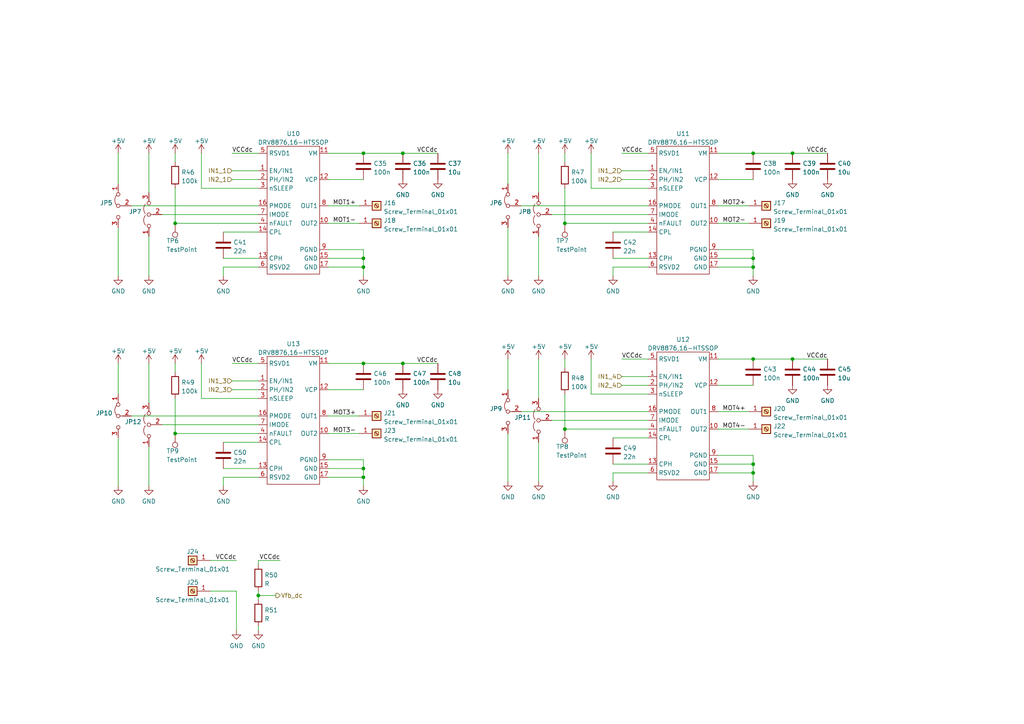
<source format=kicad_sch>
(kicad_sch (version 20211123) (generator eeschema)
  (paper "A4")
  (lib_symbols
    (symbol "Connector:Screw_Terminal_01x01" (pin_names (offset 1.016) hide)
      (property "Reference" "J" (at 0 2.54 0))
      (property "Value" "Screw_Terminal_01x01" (at 0 -2.54 0))
      (symbol "Screw_Terminal_01x01_1_1"
        (rectangle (start -1.27 1.27) (end 1.27 -1.27) (stroke (width 0.254)) (fill (type background)))
        (polyline (pts (xy -0.5334 0.3302) (xy 0.3302 -0.508)) (stroke (width 0.1524)))
        (polyline (pts (xy -0.3556 0.508) (xy 0.508 -0.3302)) (stroke (width 0.1524)))
        (circle (center 0 0) (radius 0.635) (stroke (width 0.1524)))
        (pin passive line (at -5.08 0 0) (length 3.81) (name "Pin_1") (number "1"))
      )
    )
    (symbol "Connector:TestPoint" (pin_numbers hide) (pin_names (offset 0.762) hide)
      (property "Reference" "TP" (at 0 6.858 0))
      (property "Value" "TestPoint" (at 0 5.08 0))
      (symbol "TestPoint_0_1"
        (circle (center 0 3.302) (radius 0.762))
      )
      (symbol "TestPoint_1_1"
        (pin passive line (at 0 0 90) (length 2.54) (name "1") (number "1"))
      )
    )
    (symbol "Device:C" (pin_numbers hide) (pin_names (offset 0.254))
      (property "Reference" "C" (at 0.635 2.54 0))
      (property "Value" "C" (at 0.635 -2.54 0))
      (symbol "C_0_1"
        (polyline (pts (xy -2.032 -0.762) (xy 2.032 -0.762)) (stroke (width 0.508)))
        (polyline (pts (xy -2.032 0.762) (xy 2.032 0.762)) (stroke (width 0.508)))
      )
      (symbol "C_1_1"
        (pin passive line (at 0 3.81 270) (length 2.794) (name "~") (number "1"))
        (pin passive line (at 0 -3.81 90) (length 2.794) (name "~") (number "2"))
      )
    )
    (symbol "Device:R" (pin_numbers hide) (pin_names (offset 0))
      (property "Reference" "R" (at 2.032 0 90))
      (property "Value" "R" (at 0 0 90))
      (symbol "R_0_1"
        (rectangle (start -1.016 -2.54) (end 1.016 2.54) (stroke (width 0.254)))
      )
      (symbol "R_1_1"
        (pin passive line (at 0 3.81 270) (length 1.27) (name "~") (number "1"))
        (pin passive line (at 0 -3.81 90) (length 1.27) (name "~") (number "2"))
      )
    )
    (symbol "Jumper:Jumper_3_Bridged12" (pin_names (offset 0) hide)
      (property "Reference" "JP" (at -2.54 -2.54 0))
      (property "Value" "Jumper_3_Bridged12" (at 0 2.794 0))
      (symbol "Jumper_3_Bridged12_0_0"
        (circle (center -3.302 0) (radius 0.508))
        (circle (center 0 0) (radius 0.508))
        (circle (center 3.302 0) (radius 0.508))
      )
      (symbol "Jumper_3_Bridged12_0_1"
        (arc (start -0.254 0.508) (mid -1.651 0.9912) (end -3.048 0.508))
        (polyline (pts (xy 0 -1.27) (xy 0 -0.508)))
      )
      (symbol "Jumper_3_Bridged12_1_1"
        (pin passive line (at -6.35 0 0) (length 2.54) (name "A") (number "1"))
        (pin passive line (at 0 -3.81 90) (length 2.54) (name "C") (number "2"))
        (pin passive line (at 6.35 0 180) (length 2.54) (name "B") (number "3"))
      )
    )
    (symbol "Jumper:Jumper_3_Open" (pin_names (offset 0) hide)
      (property "Reference" "JP" (at -2.54 -2.54 0))
      (property "Value" "Jumper_3_Open" (at 0 2.794 0))
      (symbol "Jumper_3_Open_0_0"
        (circle (center -3.302 0) (radius 0.508))
        (circle (center 0 0) (radius 0.508))
        (circle (center 3.302 0) (radius 0.508))
      )
      (symbol "Jumper_3_Open_0_1"
        (arc (start -0.254 1.016) (mid -1.651 1.4992) (end -3.048 1.016))
        (polyline (pts (xy 0 -0.508) (xy 0 -1.27)))
        (arc (start 3.048 1.016) (mid 1.651 1.4992) (end 0.254 1.016))
      )
      (symbol "Jumper_3_Open_1_1"
        (pin passive line (at -6.35 0 0) (length 2.54) (name "A") (number "1"))
        (pin passive line (at 0 -3.81 90) (length 2.54) (name "C") (number "2"))
        (pin passive line (at 6.35 0 180) (length 2.54) (name "B") (number "3"))
      )
    )
    (symbol "MASA:DRV8876,16-HTSSOP"
      (property "Reference" "U" (at 0.762 3.048 0))
      (property "Value" "DRV8876,16-HTSSOP" (at 9.906 -36.322 0))
      (symbol "DRV8876,16-HTSSOP_0_1"
        (rectangle (start 0 2.032) (end 15.24 -35.052) (stroke (width 0.1524)))
      )
      (symbol "DRV8876,16-HTSSOP_1_1"
        (pin input line (at -2.54 -5.08 0) (length 2.54) (name "EN/IN1") (number "1"))
        (pin power_out line (at 17.78 -20.32 180) (length 2.54) (name "OUT2") (number "10"))
        (pin power_in line (at 17.78 0 180) (length 2.54) (name "VM") (number "11"))
        (pin output line (at 17.78 -7.62 180) (length 2.54) (name "VCP") (number "12"))
        (pin output line (at -2.54 -30.48 0) (length 2.54) (name "CPH") (number "13"))
        (pin input line (at -2.54 -22.86 0) (length 2.54) (name "CPL") (number "14"))
        (pin power_in line (at 17.78 -30.48 180) (length 2.54) (name "GND") (number "15"))
        (pin input line (at -2.54 -15.24 0) (length 2.54) (name "PMODE") (number "16"))
        (pin power_in line (at 17.78 -33.02 180) (length 2.54) (name "GND") (number "17"))
        (pin input line (at -2.54 -7.62 0) (length 2.54) (name "PH/IN2") (number "2"))
        (pin input line (at -2.54 -10.16 0) (length 2.54) (name "nSLEEP") (number "3"))
        (pin input line (at -2.54 -20.32 0) (length 2.54) (name "nFAULT") (number "4"))
        (pin power_in line (at -2.54 0 0) (length 2.54) (name "RSVD1") (number "5"))
        (pin power_in line (at -2.54 -33.02 0) (length 2.54) (name "RSVD2") (number "6"))
        (pin input line (at -2.54 -17.78 0) (length 2.54) (name "IMODE") (number "7"))
        (pin power_out line (at 17.78 -15.24 180) (length 2.54) (name "OUT1") (number "8"))
        (pin power_in line (at 17.78 -27.94 180) (length 2.54) (name "PGND") (number "9"))
      )
    )
    (symbol "power:+5V" (power) (pin_names (offset 0))
      (property "Value" "+5V" (at 0 3.556 0))
      (symbol "+5V_0_1"
        (polyline (pts (xy -0.762 1.27) (xy 0 2.54)))
        (polyline (pts (xy 0 0) (xy 0 2.54)))
        (polyline (pts (xy 0 2.54) (xy 0.762 1.27)))
      )
      (symbol "+5V_1_1"
        (pin power_in line (at 0 0 90) (length 0) hide (name "+5V") (number "1"))
      )
    )
    (symbol "power:GND" (power) (pin_names (offset 0))
      (property "Value" "GND" (at 0 -3.81 0))
      (symbol "GND_0_1"
        (polyline (pts (xy 0 0) (xy 0 -1.27) (xy 1.27 -1.27) (xy 0 -2.54) (xy -1.27 -1.27) (xy 0 -1.27)))
      )
      (symbol "GND_1_1"
        (pin power_in line (at 0 0 270) (length 0) hide (name "GND") (number "1"))
      )
    )
  )
  (junction (at 50.8 64.77))
  (junction (at 105.41 135.89))
  (junction (at 218.44 137.16))
  (junction (at 218.44 104.14))
  (junction (at 105.41 44.45))
  (junction (at 229.87 44.45))
  (junction (at 116.84 105.41))
  (junction (at 218.44 74.93))
  (junction (at 105.41 138.43))
  (junction (at 218.44 77.47))
  (junction (at 218.44 44.45))
  (junction (at 163.83 124.46))
  (junction (at 50.8 125.73))
  (junction (at 105.41 105.41))
  (junction (at 74.93 172.72))
  (junction (at 116.84 44.45))
  (junction (at 105.41 74.93))
  (junction (at 105.41 77.47))
  (junction (at 163.83 64.77))
  (junction (at 218.44 134.62))
  (junction (at 229.87 104.14))
  (wire (pts (xy 127 105.41) (xy 116.84 105.41)))
  (wire (pts (xy 127 44.45) (xy 116.84 44.45)))
  (wire (pts (xy 177.8 77.47) (xy 187.96 77.47)))
  (wire (pts (xy 208.28 72.39) (xy 218.44 72.39)))
  (wire (pts (xy 240.03 104.14) (xy 229.87 104.14)))
  (wire (pts (xy 50.8 115.57) (xy 50.8 125.73)))
  (wire (pts (xy 208.28 44.45) (xy 218.44 44.45)))
  (wire (pts (xy 34.29 140.97) (xy 34.29 127)))
  (wire (pts (xy 74.93 54.61) (xy 58.42 54.61)))
  (wire (pts (xy 163.83 124.46) (xy 187.96 124.46)))
  (wire (pts (xy 67.31 113.03) (xy 74.93 113.03)))
  (wire (pts (xy 187.96 114.3) (xy 171.45 114.3)))
  (wire (pts (xy 171.45 104.14) (xy 171.45 114.3)))
  (wire (pts (xy 156.21 44.45) (xy 156.21 55.88)))
  (wire (pts (xy 95.25 59.69) (xy 104.14 59.69)))
  (wire (pts (xy 208.28 74.93) (xy 218.44 74.93)))
  (wire (pts (xy 64.77 67.31) (xy 74.93 67.31)))
  (wire (pts (xy 187.96 104.14) (xy 180.34 104.14)))
  (wire (pts (xy 163.83 104.14) (xy 163.83 106.68)))
  (wire (pts (xy 177.8 134.62) (xy 187.96 134.62)))
  (wire (pts (xy 64.77 77.47) (xy 74.93 77.47)))
  (wire (pts (xy 95.25 133.35) (xy 105.41 133.35)))
  (wire (pts (xy 218.44 80.01) (xy 218.44 77.47)))
  (wire (pts (xy 171.45 44.45) (xy 171.45 54.61)))
  (wire (pts (xy 105.41 135.89) (xy 105.41 133.35)))
  (wire (pts (xy 38.1 120.65) (xy 74.93 120.65)))
  (wire (pts (xy 208.28 104.14) (xy 218.44 104.14)))
  (wire (pts (xy 177.8 127) (xy 187.96 127)))
  (wire (pts (xy 95.25 125.73) (xy 104.14 125.73)))
  (wire (pts (xy 105.41 77.47) (xy 105.41 74.93)))
  (wire (pts (xy 74.93 44.45) (xy 67.31 44.45)))
  (wire (pts (xy 95.25 105.41) (xy 105.41 105.41)))
  (wire (pts (xy 34.29 44.45) (xy 34.29 53.34)))
  (wire (pts (xy 50.8 44.45) (xy 50.8 46.99)))
  (wire (pts (xy 187.96 44.45) (xy 180.34 44.45)))
  (wire (pts (xy 95.25 135.89) (xy 105.41 135.89)))
  (wire (pts (xy 147.32 139.7) (xy 147.32 125.73)))
  (wire (pts (xy 95.25 120.65) (xy 104.14 120.65)))
  (wire (pts (xy 116.84 105.41) (xy 105.41 105.41)))
  (wire (pts (xy 64.77 77.47) (xy 64.77 80.01)))
  (wire (pts (xy 156.21 139.7) (xy 156.21 128.27)))
  (wire (pts (xy 160.02 62.23) (xy 187.96 62.23)))
  (wire (pts (xy 208.28 59.69) (xy 217.17 59.69)))
  (wire (pts (xy 64.77 128.27) (xy 74.93 128.27)))
  (wire (pts (xy 208.28 124.46) (xy 217.17 124.46)))
  (wire (pts (xy 229.87 44.45) (xy 218.44 44.45)))
  (wire (pts (xy 64.77 138.43) (xy 64.77 140.97)))
  (wire (pts (xy 208.28 137.16) (xy 218.44 137.16)))
  (wire (pts (xy 163.83 54.61) (xy 163.83 64.77)))
  (wire (pts (xy 147.32 80.01) (xy 147.32 66.04)))
  (wire (pts (xy 156.21 104.14) (xy 156.21 115.57)))
  (wire (pts (xy 64.77 138.43) (xy 74.93 138.43)))
  (wire (pts (xy 38.1 59.69) (xy 74.93 59.69)))
  (wire (pts (xy 43.18 140.97) (xy 43.18 129.54)))
  (wire (pts (xy 180.34 111.76) (xy 187.96 111.76)))
  (wire (pts (xy 43.18 105.41) (xy 43.18 116.84)))
  (wire (pts (xy 95.25 44.45) (xy 105.41 44.45)))
  (wire (pts (xy 74.93 162.56) (xy 74.93 163.83)))
  (wire (pts (xy 208.28 111.76) (xy 218.44 111.76)))
  (wire (pts (xy 50.8 64.77) (xy 74.93 64.77)))
  (wire (pts (xy 95.25 113.03) (xy 105.41 113.03)))
  (wire (pts (xy 50.8 105.41) (xy 50.8 107.95)))
  (wire (pts (xy 151.13 59.69) (xy 187.96 59.69)))
  (wire (pts (xy 151.13 119.38) (xy 187.96 119.38)))
  (wire (pts (xy 64.77 135.89) (xy 74.93 135.89)))
  (wire (pts (xy 34.29 105.41) (xy 34.29 114.3)))
  (wire (pts (xy 218.44 137.16) (xy 218.44 134.62)))
  (wire (pts (xy 74.93 182.88) (xy 74.93 181.61)))
  (wire (pts (xy 58.42 44.45) (xy 58.42 54.61)))
  (wire (pts (xy 187.96 54.61) (xy 171.45 54.61)))
  (wire (pts (xy 74.93 115.57) (xy 58.42 115.57)))
  (wire (pts (xy 177.8 67.31) (xy 187.96 67.31)))
  (wire (pts (xy 58.42 105.41) (xy 58.42 115.57)))
  (wire (pts (xy 147.32 104.14) (xy 147.32 113.03)))
  (wire (pts (xy 60.96 171.45) (xy 68.58 171.45)))
  (wire (pts (xy 208.28 119.38) (xy 217.17 119.38)))
  (wire (pts (xy 95.25 64.77) (xy 104.14 64.77)))
  (wire (pts (xy 218.44 134.62) (xy 218.44 132.08)))
  (wire (pts (xy 116.84 44.45) (xy 105.41 44.45)))
  (wire (pts (xy 180.34 109.22) (xy 187.96 109.22)))
  (wire (pts (xy 240.03 44.45) (xy 229.87 44.45)))
  (wire (pts (xy 95.25 138.43) (xy 105.41 138.43)))
  (wire (pts (xy 74.93 105.41) (xy 67.31 105.41)))
  (wire (pts (xy 50.8 125.73) (xy 74.93 125.73)))
  (wire (pts (xy 95.25 72.39) (xy 105.41 72.39)))
  (wire (pts (xy 160.02 121.92) (xy 187.96 121.92)))
  (wire (pts (xy 64.77 74.93) (xy 74.93 74.93)))
  (wire (pts (xy 95.25 77.47) (xy 105.41 77.47)))
  (wire (pts (xy 67.31 110.49) (xy 74.93 110.49)))
  (wire (pts (xy 147.32 44.45) (xy 147.32 53.34)))
  (wire (pts (xy 180.34 52.07) (xy 187.96 52.07)))
  (wire (pts (xy 177.8 137.16) (xy 177.8 139.7)))
  (wire (pts (xy 95.25 74.93) (xy 105.41 74.93)))
  (wire (pts (xy 105.41 74.93) (xy 105.41 72.39)))
  (wire (pts (xy 46.99 62.23) (xy 74.93 62.23)))
  (wire (pts (xy 218.44 139.7) (xy 218.44 137.16)))
  (wire (pts (xy 208.28 52.07) (xy 218.44 52.07)))
  (wire (pts (xy 43.18 44.45) (xy 43.18 55.88)))
  (wire (pts (xy 163.83 44.45) (xy 163.83 46.99)))
  (wire (pts (xy 156.21 80.01) (xy 156.21 68.58)))
  (wire (pts (xy 67.31 52.07) (xy 74.93 52.07)))
  (wire (pts (xy 208.28 132.08) (xy 218.44 132.08)))
  (wire (pts (xy 105.41 80.01) (xy 105.41 77.47)))
  (wire (pts (xy 229.87 104.14) (xy 218.44 104.14)))
  (wire (pts (xy 95.25 52.07) (xy 105.41 52.07)))
  (wire (pts (xy 74.93 172.72) (xy 80.01 172.72)))
  (wire (pts (xy 74.93 171.45) (xy 74.93 172.72)))
  (wire (pts (xy 46.99 123.19) (xy 74.93 123.19)))
  (wire (pts (xy 218.44 74.93) (xy 218.44 72.39)))
  (wire (pts (xy 74.93 172.72) (xy 74.93 173.99)))
  (wire (pts (xy 34.29 80.01) (xy 34.29 66.04)))
  (wire (pts (xy 163.83 114.3) (xy 163.83 124.46)))
  (wire (pts (xy 163.83 64.77) (xy 187.96 64.77)))
  (wire (pts (xy 208.28 77.47) (xy 218.44 77.47)))
  (wire (pts (xy 105.41 140.97) (xy 105.41 138.43)))
  (wire (pts (xy 68.58 171.45) (xy 68.58 182.88)))
  (wire (pts (xy 67.31 49.53) (xy 74.93 49.53)))
  (wire (pts (xy 105.41 138.43) (xy 105.41 135.89)))
  (wire (pts (xy 74.93 162.56) (xy 81.28 162.56)))
  (wire (pts (xy 177.8 77.47) (xy 177.8 80.01)))
  (wire (pts (xy 180.34 49.53) (xy 187.96 49.53)))
  (wire (pts (xy 43.18 80.01) (xy 43.18 68.58)))
  (wire (pts (xy 208.28 134.62) (xy 218.44 134.62)))
  (wire (pts (xy 60.96 162.56) (xy 68.58 162.56)))
  (wire (pts (xy 177.8 74.93) (xy 187.96 74.93)))
  (wire (pts (xy 50.8 54.61) (xy 50.8 64.77)))
  (wire (pts (xy 208.28 64.77) (xy 217.17 64.77)))
  (wire (pts (xy 177.8 137.16) (xy 187.96 137.16)))
  (wire (pts (xy 218.44 77.47) (xy 218.44 74.93)))
  (label "VCCdc" (at 180.34 104.14 0))
  (label "MOT1-" (at 96.52 64.77 0))
  (label "MOT4-" (at 209.55 124.46 0))
  (label "VCCdc" (at 67.31 105.41 0))
  (label "MOT2-" (at 209.55 64.77 0))
  (label "VCCdc" (at 240.03 44.45 180))
  (label "VCCdc" (at 68.58 162.56 180))
  (label "VCCdc" (at 127 44.45 180))
  (label "MOT2+" (at 209.55 59.69 0))
  (label "VCCdc" (at 127 105.41 180))
  (label "VCCdc" (at 81.28 162.56 180))
  (label "VCCdc" (at 240.03 104.14 180))
  (label "MOT4+" (at 209.55 119.38 0))
  (label "MOT1+" (at 96.52 59.69 0))
  (label "VCCdc" (at 180.34 44.45 0))
  (label "MOT3-" (at 96.52 125.73 0))
  (label "MOT3+" (at 96.52 120.65 0))
  (label "VCCdc" (at 67.31 44.45 0))
  (hierarchical_label "IN2_1" (shape input) (at 67.31 52.07 180))
  (hierarchical_label "IN1_2" (shape input) (at 180.34 49.53 180))
  (hierarchical_label "Vfb_dc" (shape output) (at 80.01 172.72 0))
  (hierarchical_label "IN1_4" (shape input) (at 180.34 109.22 180))
  (hierarchical_label "IN1_3" (shape input) (at 67.31 110.49 180))
  (hierarchical_label "IN2_3" (shape input) (at 67.31 113.03 180))
  (hierarchical_label "IN1_1" (shape input) (at 67.31 49.53 180))
  (hierarchical_label "IN2_2" (shape input) (at 180.34 52.07 180))
  (hierarchical_label "IN2_4" (shape input) (at 180.34 111.76 180))
  (symbol (lib_id "power:GND") (at 116.84 52.07 0) (unit 1)
    (property "Reference" "#PWR0140" (effects hide))
    (property "Value" "GND" (at 116.84 56.5134 0))
  )
  (symbol (lib_id "power:GND") (at 177.8 139.7 0) (unit 1)
    (property "Reference" "#PWR0166" (effects hide))
    (property "Value" "GND" (at 177.8 144.1434 0))
  )
  (symbol (lib_id "Device:R") (at 50.8 50.8 0) (unit 1)
    (property "Reference" "R46" (at 52.578 49.9653 0) (effects (justify left)))
    (property "Value" "100k" (at 52.578 52.5022 0) (effects (justify left)))
    (property "Footprint" "Resistor_SMD:R_0805_2012Metric_Pad1.20x1.40mm_HandSolder" (effects hide))
  )
  (symbol (lib_id "power:+5V") (at 43.18 105.41 0) (unit 1)
    (property "Reference" "#PWR0157" (effects hide))
    (property "Value" "+5V" (at 43.18 101.8342 0))
  )
  (symbol (lib_id "power:GND") (at 64.77 140.97 0) (unit 1)
    (property "Reference" "#PWR0170" (effects hide))
    (property "Value" "GND" (at 64.77 145.4134 0))
  )
  (symbol (lib_id "Device:R") (at 163.83 110.49 0) (unit 1)
    (property "Reference" "R48" (at 165.608 109.6553 0) (effects (justify left)))
    (property "Value" "100k" (at 165.608 112.1922 0) (effects (justify left)))
    (property "Footprint" "Resistor_SMD:R_0805_2012Metric_Pad1.20x1.40mm_HandSolder" (effects hide))
  )
  (symbol (lib_id "power:GND") (at 240.03 52.07 0) (unit 1)
    (property "Reference" "#PWR0143" (effects hide))
    (property "Value" "GND" (at 240.03 56.5134 0))
  )
  (symbol (lib_id "Connector:TestPoint") (at 163.83 64.77 180) (unit 1)
    (property "Reference" "TP7" (at 161.29 69.85 0) (effects (justify right)))
    (property "Value" "TestPoint" (at 161.29 72.39 0) (effects (justify right)))
    (property "Footprint" "TestPoint:TestPoint_Pad_D2.0mm" (effects hide))
  )
  (symbol (lib_id "power:+5V") (at 58.42 44.45 0) (unit 1)
    (property "Reference" "#PWR0135" (effects hide))
    (property "Value" "+5V" (at 58.42 40.8742 0))
  )
  (symbol (lib_id "power:+5V") (at 171.45 104.14 0) (unit 1)
    (property "Reference" "#PWR0155" (effects hide))
    (property "Value" "+5V" (at 171.45 100.5642 0))
  )
  (symbol (lib_id "power:GND") (at 34.29 80.01 0) (unit 1)
    (property "Reference" "#PWR0144" (effects hide))
    (property "Value" "GND" (at 34.29 84.4534 0))
  )
  (symbol (lib_id "Device:C") (at 105.41 48.26 0) (unit 1)
    (property "Reference" "C35" (at 108.331 47.4253 0) (effects (justify left)))
    (property "Value" "100n" (at 108.331 49.9622 0) (effects (justify left)))
    (property "Footprint" "Capacitor_SMD:C_0805_2012Metric_Pad1.18x1.45mm_HandSolder" (effects hide))
  )
  (symbol (lib_id "Jumper:Jumper_3_Open") (at 43.18 123.19 90) (unit 1)
    (property "Reference" "JP12" (at 41.0459 122.3553 90) (effects (justify left)))
    (property "Value" "Jumper_3_Open" (effects hide))
    (property "Footprint" "Jumper:SolderJumper-3_P1.3mm_Open_Pad1.0x1.5mm" (effects hide))
  )
  (symbol (lib_id "power:GND") (at 240.03 111.76 0) (unit 1)
    (property "Reference" "#PWR0161" (effects hide))
    (property "Value" "GND" (at 240.03 116.2034 0))
  )
  (symbol (lib_id "Connector:Screw_Terminal_01x01") (at 109.22 120.65 0) (unit 1)
    (property "Reference" "J21" (at 111.252 119.8153 0) (effects (justify left)))
    (property "Value" "Screw_Terminal_01x01" (at 111.252 122.3522 0) (effects (justify left)))
    (property "Footprint" "MASA_footprint:ScrewTerminal_1x01_5x7mm" (effects hide))
  )
  (symbol (lib_id "power:GND") (at 105.41 80.01 0) (unit 1)
    (property "Reference" "#PWR0147" (effects hide))
    (property "Value" "GND" (at 105.41 84.4534 0))
  )
  (symbol (lib_id "Device:C") (at 240.03 48.26 0) (unit 1)
    (property "Reference" "C40" (at 242.951 47.4253 0) (effects (justify left)))
    (property "Value" "10u" (at 242.951 49.9622 0) (effects (justify left)))
    (property "Footprint" "Capacitor_SMD:C_0805_2012Metric_Pad1.18x1.45mm_HandSolder" (effects hide))
  )
  (symbol (lib_id "power:+5V") (at 147.32 104.14 0) (unit 1)
    (property "Reference" "#PWR0152" (effects hide))
    (property "Value" "+5V" (at 147.32 100.5642 0))
  )
  (symbol (lib_id "Connector:Screw_Terminal_01x01") (at 109.22 125.73 0) (unit 1)
    (property "Reference" "J23" (at 111.252 124.8953 0) (effects (justify left)))
    (property "Value" "Screw_Terminal_01x01" (at 111.252 127.4322 0) (effects (justify left)))
    (property "Footprint" "MASA_footprint:ScrewTerminal_1x01_5x7mm" (effects hide))
  )
  (symbol (lib_id "Jumper:Jumper_3_Bridged12") (at 147.32 59.69 90) (mirror x) (unit 1)
    (property "Reference" "JP6" (at 145.6939 58.8553 90) (effects (justify left)))
    (property "Value" "Jumper_3_Bridged12" (effects hide))
    (property "Footprint" "Jumper:SolderJumper-3_P1.3mm_Bridged12_Pad1.0x1.5mm" (effects hide))
  )
  (symbol (lib_id "power:+5V") (at 163.83 104.14 0) (unit 1)
    (property "Reference" "#PWR0154" (effects hide))
    (property "Value" "+5V" (at 163.83 100.5642 0))
  )
  (symbol (lib_id "power:GND") (at 177.8 80.01 0) (unit 1)
    (property "Reference" "#PWR0150" (effects hide))
    (property "Value" "GND" (at 177.8 84.4534 0))
  )
  (symbol (lib_id "MASA:DRV8876,16-HTSSOP") (at 77.47 44.45 0) (unit 1)
    (property "Reference" "U10" (at 85.09 38.769 0))
    (property "Value" "DRV8876,16-HTSSOP" (at 85.09 41.3059 0))
    (property "Footprint" "Package_SO:HTSSOP-16-1EP_4.4x5mm_P0.65mm_EP3.4x5mm" (effects hide))
    (property "Datasheet" "https://www.ti.com/lit/ds/symlink/drv8876.pdf?HQS=dis-dk-null-digikeymode-dsf-pf-null-wwe&ts=1665858522997&ref_url=https%253A%252F%252Fwww.ti.com%252Fgeneral%252Fdocs%252Fsuppproductinfo.tsp%253FdistId%253D10%2526gotoUrl%253Dhttps%253A%252F%252Fwww.ti.com%252Flit%252Fgpn%252Fdrv8876" (effects hide))
  )
  (symbol (lib_id "Connector:Screw_Terminal_01x01") (at 55.88 162.56 180) (unit 1)
    (property "Reference" "J24" (at 55.88 160.02 0))
    (property "Value" "Screw_Terminal_01x01" (at 55.88 165.1 0))
    (property "Footprint" "MASA_footprint:ScrewTerminal_1x01_5x7mm" (effects hide))
  )
  (symbol (lib_id "Connector:Screw_Terminal_01x01") (at 109.22 59.69 0) (unit 1)
    (property "Reference" "J16" (at 111.252 58.8553 0) (effects (justify left)))
    (property "Value" "Screw_Terminal_01x01" (at 111.252 61.3922 0) (effects (justify left)))
    (property "Footprint" "MASA_footprint:ScrewTerminal_1x01_5x7mm" (effects hide))
  )
  (symbol (lib_id "Connector:Screw_Terminal_01x01") (at 222.25 124.46 0) (unit 1)
    (property "Reference" "J22" (at 224.282 123.6253 0) (effects (justify left)))
    (property "Value" "Screw_Terminal_01x01" (at 224.282 126.1622 0) (effects (justify left)))
    (property "Footprint" "MASA_footprint:ScrewTerminal_1x01_5x7mm" (effects hide))
  )
  (symbol (lib_id "Jumper:Jumper_3_Bridged12") (at 147.32 119.38 90) (mirror x) (unit 1)
    (property "Reference" "JP9" (at 145.6939 118.5453 90) (effects (justify left)))
    (property "Value" "Jumper_3_Bridged12" (effects hide))
    (property "Footprint" "Jumper:SolderJumper-3_P1.3mm_Bridged12_Pad1.0x1.5mm" (effects hide))
  )
  (symbol (lib_id "Jumper:Jumper_3_Open") (at 156.21 62.23 90) (unit 1)
    (property "Reference" "JP8" (at 154.0759 61.3953 90) (effects (justify left)))
    (property "Value" "Jumper_3_Open" (effects hide))
    (property "Footprint" "Jumper:SolderJumper-3_P1.3mm_Open_Pad1.0x1.5mm" (effects hide))
  )
  (symbol (lib_id "power:GND") (at 218.44 139.7 0) (unit 1)
    (property "Reference" "#PWR0167" (effects hide))
    (property "Value" "GND" (at 218.44 144.1434 0))
  )
  (symbol (lib_id "power:GND") (at 156.21 139.7 0) (unit 1)
    (property "Reference" "#PWR0165" (effects hide))
    (property "Value" "GND" (at 156.21 144.1434 0))
  )
  (symbol (lib_id "Device:C") (at 218.44 107.95 0) (unit 1)
    (property "Reference" "C43" (at 221.361 107.1153 0) (effects (justify left)))
    (property "Value" "100n" (at 221.361 109.6522 0) (effects (justify left)))
    (property "Footprint" "Capacitor_SMD:C_0805_2012Metric_Pad1.18x1.45mm_HandSolder" (effects hide))
  )
  (symbol (lib_id "Device:C") (at 229.87 107.95 0) (unit 1)
    (property "Reference" "C44" (at 232.791 107.1153 0) (effects (justify left)))
    (property "Value" "100n" (at 232.791 109.6522 0) (effects (justify left)))
    (property "Footprint" "Capacitor_SMD:C_0805_2012Metric_Pad1.18x1.45mm_HandSolder" (effects hide))
  )
  (symbol (lib_id "Connector:Screw_Terminal_01x01") (at 109.22 64.77 0) (unit 1)
    (property "Reference" "J18" (at 111.252 63.9353 0) (effects (justify left)))
    (property "Value" "Screw_Terminal_01x01" (at 111.252 66.4722 0) (effects (justify left)))
    (property "Footprint" "MASA_footprint:ScrewTerminal_1x01_5x7mm" (effects hide))
  )
  (symbol (lib_id "power:GND") (at 147.32 139.7 0) (unit 1)
    (property "Reference" "#PWR0164" (effects hide))
    (property "Value" "GND" (at 147.32 144.1434 0))
  )
  (symbol (lib_id "Jumper:Jumper_3_Open") (at 156.21 121.92 90) (unit 1)
    (property "Reference" "JP11" (at 154.0759 121.0853 90) (effects (justify left)))
    (property "Value" "Jumper_3_Open" (effects hide))
    (property "Footprint" "Jumper:SolderJumper-3_P1.3mm_Open_Pad1.0x1.5mm" (effects hide))
  )
  (symbol (lib_id "power:GND") (at 156.21 80.01 0) (unit 1)
    (property "Reference" "#PWR0149" (effects hide))
    (property "Value" "GND" (at 156.21 84.4534 0))
  )
  (symbol (lib_id "Device:C") (at 218.44 48.26 0) (unit 1)
    (property "Reference" "C38" (at 221.361 47.4253 0) (effects (justify left)))
    (property "Value" "100n" (at 221.361 49.9622 0) (effects (justify left)))
    (property "Footprint" "Capacitor_SMD:C_0805_2012Metric_Pad1.18x1.45mm_HandSolder" (effects hide))
  )
  (symbol (lib_id "power:+5V") (at 50.8 105.41 0) (unit 1)
    (property "Reference" "#PWR0158" (effects hide))
    (property "Value" "+5V" (at 50.8 101.8342 0))
  )
  (symbol (lib_id "power:GND") (at 74.93 182.88 0) (unit 1)
    (property "Reference" "#PWR0173" (effects hide))
    (property "Value" "GND" (at 74.93 187.3234 0))
  )
  (symbol (lib_id "Device:C") (at 64.77 132.08 0) (unit 1)
    (property "Reference" "C50" (at 67.691 131.2453 0) (effects (justify left)))
    (property "Value" "22n" (at 67.691 133.7822 0) (effects (justify left)))
    (property "Footprint" "Capacitor_SMD:C_0805_2012Metric_Pad1.18x1.45mm_HandSolder" (effects hide))
  )
  (symbol (lib_id "MASA:DRV8876,16-HTSSOP") (at 190.5 44.45 0) (unit 1)
    (property "Reference" "U11" (at 198.12 38.769 0))
    (property "Value" "DRV8876,16-HTSSOP" (at 198.12 41.3059 0))
    (property "Footprint" "Package_SO:HTSSOP-16-1EP_4.4x5mm_P0.65mm_EP3.4x5mm" (effects hide))
    (property "Datasheet" "https://www.ti.com/lit/ds/symlink/drv8876.pdf?HQS=dis-dk-null-digikeymode-dsf-pf-null-wwe&ts=1665858522997&ref_url=https%253A%252F%252Fwww.ti.com%252Fgeneral%252Fdocs%252Fsuppproductinfo.tsp%253FdistId%253D10%2526gotoUrl%253Dhttps%253A%252F%252Fwww.ti.com%252Flit%252Fgpn%252Fdrv8876" (effects hide))
  )
  (symbol (lib_id "Connector:Screw_Terminal_01x01") (at 55.88 171.45 180) (unit 1)
    (property "Reference" "J25" (at 55.88 168.91 0))
    (property "Value" "Screw_Terminal_01x01" (at 55.88 173.99 0))
    (property "Footprint" "MASA_footprint:ScrewTerminal_1x01_5x7mm" (effects hide))
  )
  (symbol (lib_id "Jumper:Jumper_3_Bridged12") (at 34.29 120.65 90) (mirror x) (unit 1)
    (property "Reference" "JP10" (at 32.6639 119.8153 90) (effects (justify left)))
    (property "Value" "Jumper_3_Bridged12" (effects hide))
    (property "Footprint" "Jumper:SolderJumper-3_P1.3mm_Bridged12_Pad1.0x1.5mm" (effects hide))
  )
  (symbol (lib_id "Connector:TestPoint") (at 50.8 64.77 180) (unit 1)
    (property "Reference" "TP6" (at 48.26 69.85 0) (effects (justify right)))
    (property "Value" "TestPoint" (at 48.26 72.39 0) (effects (justify right)))
    (property "Footprint" "TestPoint:TestPoint_Pad_D2.0mm" (effects hide))
  )
  (symbol (lib_id "power:+5V") (at 147.32 44.45 0) (unit 1)
    (property "Reference" "#PWR0136" (effects hide))
    (property "Value" "+5V" (at 147.32 40.8742 0))
  )
  (symbol (lib_id "Connector:TestPoint") (at 50.8 125.73 180) (unit 1)
    (property "Reference" "TP9" (at 48.26 130.81 0) (effects (justify right)))
    (property "Value" "TestPoint" (at 48.26 133.35 0) (effects (justify right)))
    (property "Footprint" "TestPoint:TestPoint_Pad_D2.0mm" (effects hide))
  )
  (symbol (lib_id "Connector:Screw_Terminal_01x01") (at 222.25 64.77 0) (unit 1)
    (property "Reference" "J19" (at 224.282 63.9353 0) (effects (justify left)))
    (property "Value" "Screw_Terminal_01x01" (at 224.282 66.4722 0) (effects (justify left)))
    (property "Footprint" "MASA_footprint:ScrewTerminal_1x01_5x7mm" (effects hide))
  )
  (symbol (lib_id "power:+5V") (at 34.29 44.45 0) (unit 1)
    (property "Reference" "#PWR0132" (effects hide))
    (property "Value" "+5V" (at 34.29 40.8742 0))
  )
  (symbol (lib_id "Device:R") (at 74.93 167.64 0) (unit 1)
    (property "Reference" "R50" (at 76.708 166.8053 0) (effects (justify left)))
    (property "Value" "R" (at 76.708 169.3422 0) (effects (justify left)))
    (property "Footprint" "Resistor_SMD:R_0805_2012Metric_Pad1.20x1.40mm_HandSolder" (effects hide))
  )
  (symbol (lib_id "Connector:Screw_Terminal_01x01") (at 222.25 119.38 0) (unit 1)
    (property "Reference" "J20" (at 224.282 118.5453 0) (effects (justify left)))
    (property "Value" "Screw_Terminal_01x01" (at 224.282 121.0822 0) (effects (justify left)))
    (property "Footprint" "MASA_footprint:ScrewTerminal_1x01_5x7mm" (effects hide))
  )
  (symbol (lib_id "power:GND") (at 116.84 113.03 0) (unit 1)
    (property "Reference" "#PWR0162" (effects hide))
    (property "Value" "GND" (at 116.84 117.4734 0))
  )
  (symbol (lib_id "Device:R") (at 50.8 111.76 0) (unit 1)
    (property "Reference" "R49" (at 52.578 110.9253 0) (effects (justify left)))
    (property "Value" "100k" (at 52.578 113.4622 0) (effects (justify left)))
    (property "Footprint" "Resistor_SMD:R_0805_2012Metric_Pad1.20x1.40mm_HandSolder" (effects hide))
  )
  (symbol (lib_id "Jumper:Jumper_3_Bridged12") (at 34.29 59.69 90) (mirror x) (unit 1)
    (property "Reference" "JP5" (at 32.6639 58.8553 90) (effects (justify left)))
    (property "Value" "Jumper_3_Bridged12" (effects hide))
    (property "Footprint" "Jumper:SolderJumper-3_P1.3mm_Bridged12_Pad1.0x1.5mm" (effects hide))
  )
  (symbol (lib_id "Device:R") (at 74.93 177.8 0) (unit 1)
    (property "Reference" "R51" (at 76.708 176.9653 0) (effects (justify left)))
    (property "Value" "R" (at 76.708 179.5022 0) (effects (justify left)))
    (property "Footprint" "Resistor_SMD:R_0805_2012Metric_Pad1.20x1.40mm_HandSolder" (effects hide))
  )
  (symbol (lib_id "Device:C") (at 116.84 48.26 0) (unit 1)
    (property "Reference" "C36" (at 119.761 47.4253 0) (effects (justify left)))
    (property "Value" "100n" (at 119.761 49.9622 0) (effects (justify left)))
    (property "Footprint" "Capacitor_SMD:C_0805_2012Metric_Pad1.18x1.45mm_HandSolder" (effects hide))
  )
  (symbol (lib_id "power:GND") (at 229.87 111.76 0) (unit 1)
    (property "Reference" "#PWR0160" (effects hide))
    (property "Value" "GND" (at 229.87 116.2034 0))
  )
  (symbol (lib_id "Device:C") (at 229.87 48.26 0) (unit 1)
    (property "Reference" "C39" (at 232.791 47.4253 0) (effects (justify left)))
    (property "Value" "100n" (at 232.791 49.9622 0) (effects (justify left)))
    (property "Footprint" "Capacitor_SMD:C_0805_2012Metric_Pad1.18x1.45mm_HandSolder" (effects hide))
  )
  (symbol (lib_id "power:GND") (at 43.18 80.01 0) (unit 1)
    (property "Reference" "#PWR0145" (effects hide))
    (property "Value" "GND" (at 43.18 84.4534 0))
  )
  (symbol (lib_id "power:+5V") (at 43.18 44.45 0) (unit 1)
    (property "Reference" "#PWR0133" (effects hide))
    (property "Value" "+5V" (at 43.18 40.8742 0))
  )
  (symbol (lib_id "power:+5V") (at 163.83 44.45 0) (unit 1)
    (property "Reference" "#PWR0138" (effects hide))
    (property "Value" "+5V" (at 163.83 40.8742 0))
  )
  (symbol (lib_id "power:GND") (at 105.41 140.97 0) (unit 1)
    (property "Reference" "#PWR0171" (effects hide))
    (property "Value" "GND" (at 105.41 145.4134 0))
  )
  (symbol (lib_id "MASA:DRV8876,16-HTSSOP") (at 77.47 105.41 0) (unit 1)
    (property "Reference" "U13" (at 85.09 99.729 0))
    (property "Value" "DRV8876,16-HTSSOP" (at 85.09 102.2659 0))
    (property "Footprint" "Package_SO:HTSSOP-16-1EP_4.4x5mm_P0.65mm_EP3.4x5mm" (effects hide))
    (property "Datasheet" "https://www.ti.com/lit/ds/symlink/drv8876.pdf?HQS=dis-dk-null-digikeymode-dsf-pf-null-wwe&ts=1665858522997&ref_url=https%253A%252F%252Fwww.ti.com%252Fgeneral%252Fdocs%252Fsuppproductinfo.tsp%253FdistId%253D10%2526gotoUrl%253Dhttps%253A%252F%252Fwww.ti.com%252Flit%252Fgpn%252Fdrv8876" (effects hide))
  )
  (symbol (lib_id "Device:C") (at 105.41 109.22 0) (unit 1)
    (property "Reference" "C46" (at 108.331 108.3853 0) (effects (justify left)))
    (property "Value" "100n" (at 108.331 110.9222 0) (effects (justify left)))
    (property "Footprint" "Capacitor_SMD:C_0805_2012Metric_Pad1.18x1.45mm_HandSolder" (effects hide))
  )
  (symbol (lib_id "power:GND") (at 229.87 52.07 0) (unit 1)
    (property "Reference" "#PWR0142" (effects hide))
    (property "Value" "GND" (at 229.87 56.5134 0))
  )
  (symbol (lib_id "power:GND") (at 127 52.07 0) (unit 1)
    (property "Reference" "#PWR0141" (effects hide))
    (property "Value" "GND" (at 127 56.5134 0))
  )
  (symbol (lib_id "power:GND") (at 64.77 80.01 0) (unit 1)
    (property "Reference" "#PWR0146" (effects hide))
    (property "Value" "GND" (at 64.77 84.4534 0))
  )
  (symbol (lib_id "Device:C") (at 64.77 71.12 0) (unit 1)
    (property "Reference" "C41" (at 67.691 70.2853 0) (effects (justify left)))
    (property "Value" "22n" (at 67.691 72.8222 0) (effects (justify left)))
    (property "Footprint" "Capacitor_SMD:C_0805_2012Metric_Pad1.18x1.45mm_HandSolder" (effects hide))
  )
  (symbol (lib_id "power:+5V") (at 58.42 105.41 0) (unit 1)
    (property "Reference" "#PWR0159" (effects hide))
    (property "Value" "+5V" (at 58.42 101.8342 0))
  )
  (symbol (lib_id "Device:C") (at 127 109.22 0) (unit 1)
    (property "Reference" "C48" (at 129.921 108.3853 0) (effects (justify left)))
    (property "Value" "10u" (at 129.921 110.9222 0) (effects (justify left)))
    (property "Footprint" "Capacitor_SMD:C_0805_2012Metric_Pad1.18x1.45mm_HandSolder" (effects hide))
  )
  (symbol (lib_id "power:+5V") (at 156.21 104.14 0) (unit 1)
    (property "Reference" "#PWR0153" (effects hide))
    (property "Value" "+5V" (at 156.21 100.5642 0))
  )
  (symbol (lib_id "Device:C") (at 127 48.26 0) (unit 1)
    (property "Reference" "C37" (at 129.921 47.4253 0) (effects (justify left)))
    (property "Value" "10u" (at 129.921 49.9622 0) (effects (justify left)))
    (property "Footprint" "Capacitor_SMD:C_0805_2012Metric_Pad1.18x1.45mm_HandSolder" (effects hide))
  )
  (symbol (lib_id "power:GND") (at 218.44 80.01 0) (unit 1)
    (property "Reference" "#PWR0151" (effects hide))
    (property "Value" "GND" (at 218.44 84.4534 0))
  )
  (symbol (lib_id "Device:C") (at 177.8 71.12 0) (unit 1)
    (property "Reference" "C42" (at 180.721 70.2853 0) (effects (justify left)))
    (property "Value" "22n" (at 180.721 72.8222 0) (effects (justify left)))
    (property "Footprint" "Capacitor_SMD:C_0805_2012Metric_Pad1.18x1.45mm_HandSolder" (effects hide))
  )
  (symbol (lib_id "power:+5V") (at 156.21 44.45 0) (unit 1)
    (property "Reference" "#PWR0137" (effects hide))
    (property "Value" "+5V" (at 156.21 40.8742 0))
  )
  (symbol (lib_id "power:+5V") (at 50.8 44.45 0) (unit 1)
    (property "Reference" "#PWR0134" (effects hide))
    (property "Value" "+5V" (at 50.8 40.8742 0))
  )
  (symbol (lib_id "power:GND") (at 34.29 140.97 0) (unit 1)
    (property "Reference" "#PWR0168" (effects hide))
    (property "Value" "GND" (at 34.29 145.4134 0))
  )
  (symbol (lib_id "Jumper:Jumper_3_Open") (at 43.18 62.23 90) (unit 1)
    (property "Reference" "JP7" (at 41.0459 61.3953 90) (effects (justify left)))
    (property "Value" "Jumper_3_Open" (effects hide))
    (property "Footprint" "Jumper:SolderJumper-3_P1.3mm_Open_Pad1.0x1.5mm" (effects hide))
  )
  (symbol (lib_id "Device:C") (at 116.84 109.22 0) (unit 1)
    (property "Reference" "C47" (at 119.761 108.3853 0) (effects (justify left)))
    (property "Value" "100n" (at 119.761 110.9222 0) (effects (justify left)))
    (property "Footprint" "Capacitor_SMD:C_0805_2012Metric_Pad1.18x1.45mm_HandSolder" (effects hide))
  )
  (symbol (lib_id "Device:C") (at 240.03 107.95 0) (unit 1)
    (property "Reference" "C45" (at 242.951 107.1153 0) (effects (justify left)))
    (property "Value" "10u" (at 242.951 109.6522 0) (effects (justify left)))
    (property "Footprint" "Capacitor_SMD:C_0805_2012Metric_Pad1.18x1.45mm_HandSolder" (effects hide))
  )
  (symbol (lib_id "power:GND") (at 127 113.03 0) (unit 1)
    (property "Reference" "#PWR0163" (effects hide))
    (property "Value" "GND" (at 127 117.4734 0))
  )
  (symbol (lib_id "Device:R") (at 163.83 50.8 0) (unit 1)
    (property "Reference" "R47" (at 165.608 49.9653 0) (effects (justify left)))
    (property "Value" "100k" (at 165.608 52.5022 0) (effects (justify left)))
    (property "Footprint" "Resistor_SMD:R_0805_2012Metric_Pad1.20x1.40mm_HandSolder" (effects hide))
  )
  (symbol (lib_id "Connector:Screw_Terminal_01x01") (at 222.25 59.69 0) (unit 1)
    (property "Reference" "J17" (at 224.282 58.8553 0) (effects (justify left)))
    (property "Value" "Screw_Terminal_01x01" (at 224.282 61.3922 0) (effects (justify left)))
    (property "Footprint" "MASA_footprint:ScrewTerminal_1x01_5x7mm" (effects hide))
  )
  (symbol (lib_id "power:GND") (at 68.58 182.88 0) (unit 1)
    (property "Reference" "#PWR0172" (effects hide))
    (property "Value" "GND" (at 68.58 187.3234 0))
  )
  (symbol (lib_id "MASA:DRV8876,16-HTSSOP") (at 190.5 104.14 0) (unit 1)
    (property "Reference" "U12" (at 198.12 98.459 0))
    (property "Value" "DRV8876,16-HTSSOP" (at 198.12 100.9959 0))
    (property "Footprint" "Package_SO:HTSSOP-16-1EP_4.4x5mm_P0.65mm_EP3.4x5mm" (effects hide))
    (property "Datasheet" "https://www.ti.com/lit/ds/symlink/drv8876.pdf?HQS=dis-dk-null-digikeymode-dsf-pf-null-wwe&ts=1665858522997&ref_url=https%253A%252F%252Fwww.ti.com%252Fgeneral%252Fdocs%252Fsuppproductinfo.tsp%253FdistId%253D10%2526gotoUrl%253Dhttps%253A%252F%252Fwww.ti.com%252Flit%252Fgpn%252Fdrv8876" (effects hide))
  )
  (symbol (lib_id "Connector:TestPoint") (at 163.83 124.46 180) (unit 1)
    (property "Reference" "TP8" (at 161.29 129.54 0) (effects (justify right)))
    (property "Value" "TestPoint" (at 161.29 132.08 0) (effects (justify right)))
    (property "Footprint" "TestPoint:TestPoint_Pad_D2.0mm" (effects hide))
  )
  (symbol (lib_id "power:+5V") (at 34.29 105.41 0) (unit 1)
    (property "Reference" "#PWR0156" (effects hide))
    (property "Value" "+5V" (at 34.29 101.8342 0))
  )
  (symbol (lib_id "power:+5V") (at 171.45 44.45 0) (unit 1)
    (property "Reference" "#PWR0139" (effects hide))
    (property "Value" "+5V" (at 171.45 40.8742 0))
  )
  (symbol (lib_id "power:GND") (at 147.32 80.01 0) (unit 1)
    (property "Reference" "#PWR0148" (effects hide))
    (property "Value" "GND" (at 147.32 84.4534 0))
  )
  (symbol (lib_id "power:GND") (at 43.18 140.97 0) (unit 1)
    (property "Reference" "#PWR0169" (effects hide))
    (property "Value" "GND" (at 43.18 145.4134 0))
  )
  (symbol (lib_id "Device:C") (at 177.8 130.81 0) (unit 1)
    (property "Reference" "C49" (at 180.721 129.9753 0) (effects (justify left)))
    (property "Value" "22n" (at 180.721 132.5122 0) (effects (justify left)))
    (property "Footprint" "Capacitor_SMD:C_0805_2012Metric_Pad1.18x1.45mm_HandSolder" (effects hide))
  )
)
</source>
